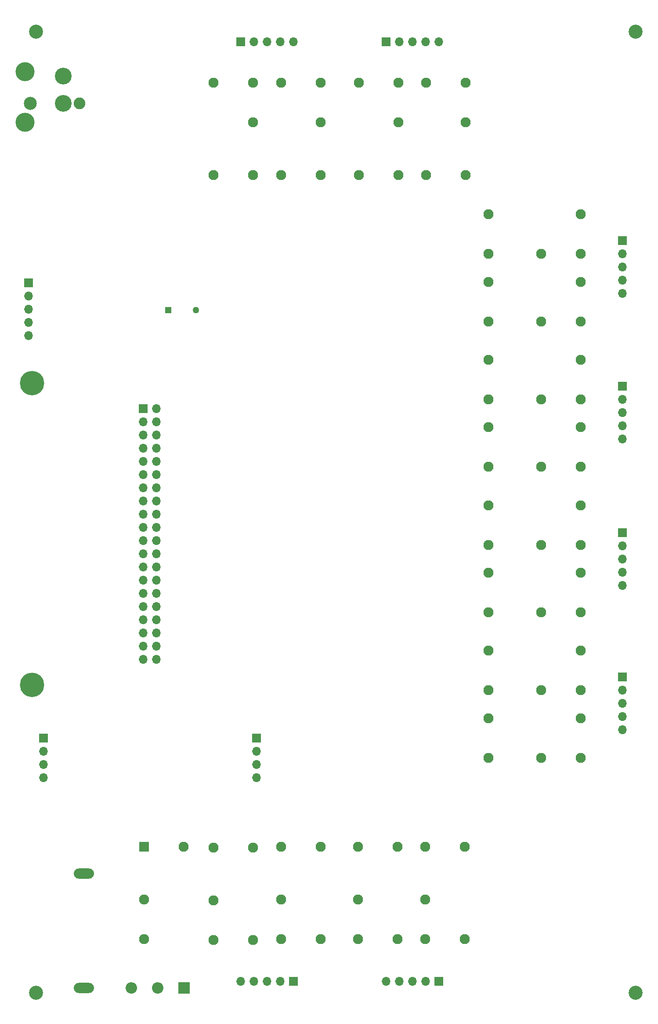
<source format=gbs>
G04 #@! TF.GenerationSoftware,KiCad,Pcbnew,(6.0.11)*
G04 #@! TF.CreationDate,2023-07-05T10:17:47+03:00*
G04 #@! TF.ProjectId,Pi Zero_Relay,5069205a-6572-46f5-9f52-656c61792e6b,rev?*
G04 #@! TF.SameCoordinates,Original*
G04 #@! TF.FileFunction,Soldermask,Bot*
G04 #@! TF.FilePolarity,Negative*
%FSLAX46Y46*%
G04 Gerber Fmt 4.6, Leading zero omitted, Abs format (unit mm)*
G04 Created by KiCad (PCBNEW (6.0.11)) date 2023-07-05 10:17:47*
%MOMM*%
%LPD*%
G01*
G04 APERTURE LIST*
%ADD10C,1.950000*%
%ADD11C,2.700000*%
%ADD12R,1.700000X1.700000*%
%ADD13O,1.700000X1.700000*%
%ADD14C,2.500000*%
%ADD15C,2.250000*%
%ADD16C,3.225000*%
%ADD17C,3.660000*%
%ADD18C,4.700000*%
%ADD19O,3.900000X1.950000*%
%ADD20R,1.950000X1.950000*%
%ADD21R,2.200000X2.200000*%
%ADD22O,2.200000X2.200000*%
%ADD23R,1.275000X1.275000*%
%ADD24C,1.275000*%
G04 APERTURE END LIST*
D10*
X273935000Y-117517500D03*
X266315000Y-109897500D03*
X273935000Y-109897500D03*
X273935000Y-127677500D03*
X266315000Y-127677500D03*
D11*
X204125000Y-285000000D03*
D12*
X243545000Y-102000000D03*
D13*
X246085000Y-102000000D03*
X248625000Y-102000000D03*
X251165000Y-102000000D03*
X253705000Y-102000000D03*
D10*
X286935000Y-117517500D03*
X279315000Y-109897500D03*
X286935000Y-109897500D03*
X286935000Y-127677500D03*
X279315000Y-127677500D03*
D11*
X319625000Y-285000000D03*
D10*
X301482500Y-198810000D03*
X309102500Y-191190000D03*
X309102500Y-198810000D03*
X291322500Y-198810000D03*
X291322500Y-191190000D03*
X238315000Y-267210609D03*
X245935000Y-274830609D03*
X238315000Y-274830609D03*
X238315000Y-257050609D03*
X245935000Y-257050609D03*
D12*
X224750000Y-172600000D03*
D13*
X227290000Y-172600000D03*
X224750000Y-175140000D03*
X227290000Y-175140000D03*
X224750000Y-177680000D03*
X227290000Y-177680000D03*
X224750000Y-180220000D03*
X227290000Y-180220000D03*
X224750000Y-182760000D03*
X227290000Y-182760000D03*
X224750000Y-185300000D03*
X227290000Y-185300000D03*
X224750000Y-187840000D03*
X227290000Y-187840000D03*
X224750000Y-190380000D03*
X227290000Y-190380000D03*
X224750000Y-192920000D03*
X227290000Y-192920000D03*
X224750000Y-195460000D03*
X227290000Y-195460000D03*
X224750000Y-198000000D03*
X227290000Y-198000000D03*
X224750000Y-200540000D03*
X227290000Y-200540000D03*
X224750000Y-203080000D03*
X227290000Y-203080000D03*
X224750000Y-205620000D03*
X227290000Y-205620000D03*
X224750000Y-208160000D03*
X227290000Y-208160000D03*
X224750000Y-210700000D03*
X227290000Y-210700000D03*
X224750000Y-213240000D03*
X227290000Y-213240000D03*
X224750000Y-215780000D03*
X227290000Y-215780000D03*
X224750000Y-218320000D03*
X227290000Y-218320000D03*
X224750000Y-220860000D03*
X227290000Y-220860000D03*
D12*
X253700000Y-282850000D03*
D13*
X251160000Y-282850000D03*
X248620000Y-282850000D03*
X246080000Y-282850000D03*
X243540000Y-282850000D03*
D11*
X204125000Y-100000000D03*
D12*
X317125000Y-196500000D03*
D13*
X317125000Y-199040000D03*
X317125000Y-201580000D03*
X317125000Y-204120000D03*
X317125000Y-206660000D03*
D10*
X301482500Y-226810000D03*
X309102500Y-219190000D03*
X309102500Y-226810000D03*
X291322500Y-226810000D03*
X291322500Y-219190000D03*
X245935000Y-117517500D03*
X238315000Y-109897500D03*
X245935000Y-109897500D03*
X245935000Y-127677500D03*
X238315000Y-127677500D03*
D14*
X203000000Y-113800000D03*
D15*
X212500000Y-113800000D03*
D16*
X209300000Y-108600000D03*
X209300000Y-113800000D03*
D17*
X202000000Y-117500000D03*
X202000000Y-107700000D03*
D12*
X317125000Y-140250000D03*
D13*
X317125000Y-142790000D03*
X317125000Y-145330000D03*
X317125000Y-147870000D03*
X317125000Y-150410000D03*
D12*
X202625000Y-148400000D03*
D13*
X202625000Y-150940000D03*
X202625000Y-153480000D03*
X202625000Y-156020000D03*
X202625000Y-158560000D03*
D18*
X203300000Y-167725000D03*
D10*
X251315000Y-267082500D03*
X258935000Y-274702500D03*
X251315000Y-274702500D03*
X251315000Y-256922500D03*
X258935000Y-256922500D03*
X258935000Y-117517500D03*
X251315000Y-109897500D03*
X258935000Y-109897500D03*
X258935000Y-127677500D03*
X251315000Y-127677500D03*
X279125000Y-267082500D03*
X286745000Y-274702500D03*
X279125000Y-274702500D03*
X279125000Y-256922500D03*
X286745000Y-256922500D03*
D12*
X271550000Y-102000000D03*
D13*
X274090000Y-102000000D03*
X276630000Y-102000000D03*
X279170000Y-102000000D03*
X281710000Y-102000000D03*
D10*
X301482500Y-142810000D03*
X309102500Y-135190000D03*
X309102500Y-142810000D03*
X291322500Y-142810000D03*
X291322500Y-135190000D03*
X301482500Y-170810000D03*
X309102500Y-163190000D03*
X309102500Y-170810000D03*
X291322500Y-170810000D03*
X291322500Y-163190000D03*
X301482500Y-239810000D03*
X309102500Y-232190000D03*
X309102500Y-239810000D03*
X291322500Y-239810000D03*
X291322500Y-232190000D03*
D12*
X205525000Y-236000000D03*
D13*
X205525000Y-238540000D03*
X205525000Y-241080000D03*
X205525000Y-243620000D03*
D19*
X213325000Y-262100000D03*
X213325000Y-284100000D03*
D12*
X281700000Y-282850000D03*
D13*
X279160000Y-282850000D03*
X276620000Y-282850000D03*
X274080000Y-282850000D03*
X271540000Y-282850000D03*
D10*
X301482500Y-211810000D03*
X309102500Y-204190000D03*
X309102500Y-211810000D03*
X291322500Y-211810000D03*
X291322500Y-204190000D03*
X224925000Y-274680000D03*
X224925000Y-267060000D03*
D20*
X224925000Y-256900000D03*
D10*
X232545000Y-256900000D03*
D21*
X232625000Y-284100000D03*
D22*
X227545000Y-284100000D03*
X222465000Y-284100000D03*
D10*
X301482500Y-155810000D03*
X309102500Y-148190000D03*
X309102500Y-155810000D03*
X291322500Y-155810000D03*
X291322500Y-148190000D03*
D11*
X319625000Y-100000000D03*
D12*
X317125000Y-168250000D03*
D13*
X317125000Y-170790000D03*
X317125000Y-173330000D03*
X317125000Y-175870000D03*
X317125000Y-178410000D03*
D18*
X203300000Y-225725760D03*
D12*
X246625000Y-236000000D03*
D13*
X246625000Y-238540000D03*
X246625000Y-241080000D03*
X246625000Y-243620000D03*
D10*
X301482500Y-183810000D03*
X309102500Y-176190000D03*
X309102500Y-183810000D03*
X291322500Y-183810000D03*
X291322500Y-176190000D03*
X266125000Y-267110969D03*
X273745000Y-274730969D03*
X266125000Y-274730969D03*
X266125000Y-256950969D03*
X273745000Y-256950969D03*
D23*
X229575000Y-153600000D03*
D24*
X234875000Y-153600000D03*
D12*
X317125000Y-224250000D03*
D13*
X317125000Y-226790000D03*
X317125000Y-229330000D03*
X317125000Y-231870000D03*
X317125000Y-234410000D03*
M02*

</source>
